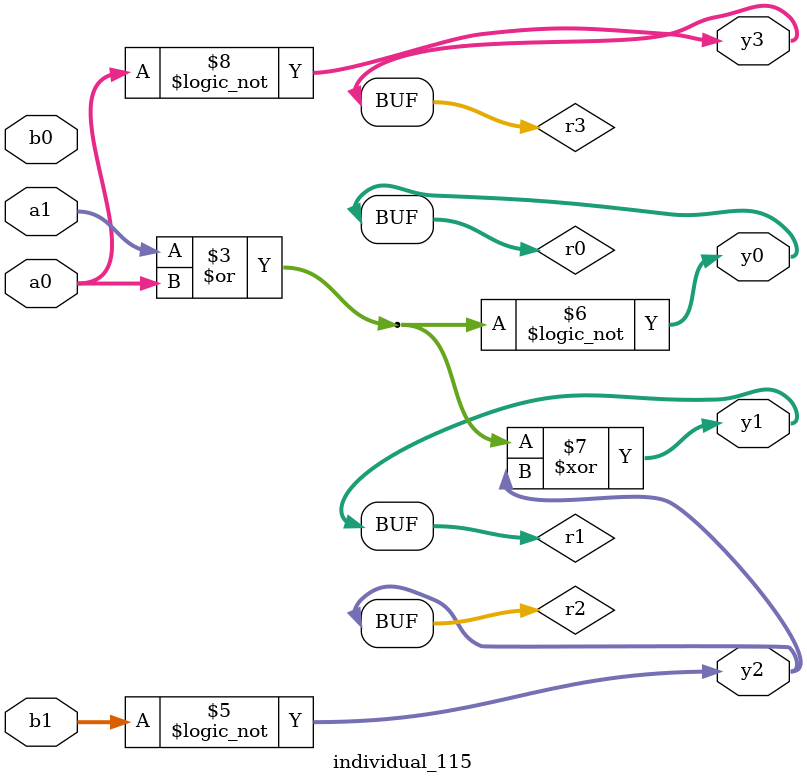
<source format=sv>
module individual_115(input logic [15:0] a1, input logic [15:0] a0, input logic [15:0] b1, input logic [15:0] b0, output logic [15:0] y3, output logic [15:0] y2, output logic [15:0] y1, output logic [15:0] y0);
logic [15:0] r0, r1, r2, r3; 
 always@(*) begin 
	 r0 = a0; r1 = a1; r2 = b0; r3 = b1; 
 	 r2  ^=  r0 ;
 	 r1  |=  a0 ;
 	 r3  &=  r1 ;
 	 r2 = ! b1 ;
 	 r0 = ! r1 ;
 	 r1  ^=  r2 ;
 	 r3 = ! a0 ;
 	 y3 = r3; y2 = r2; y1 = r1; y0 = r0; 
end
endmodule
</source>
